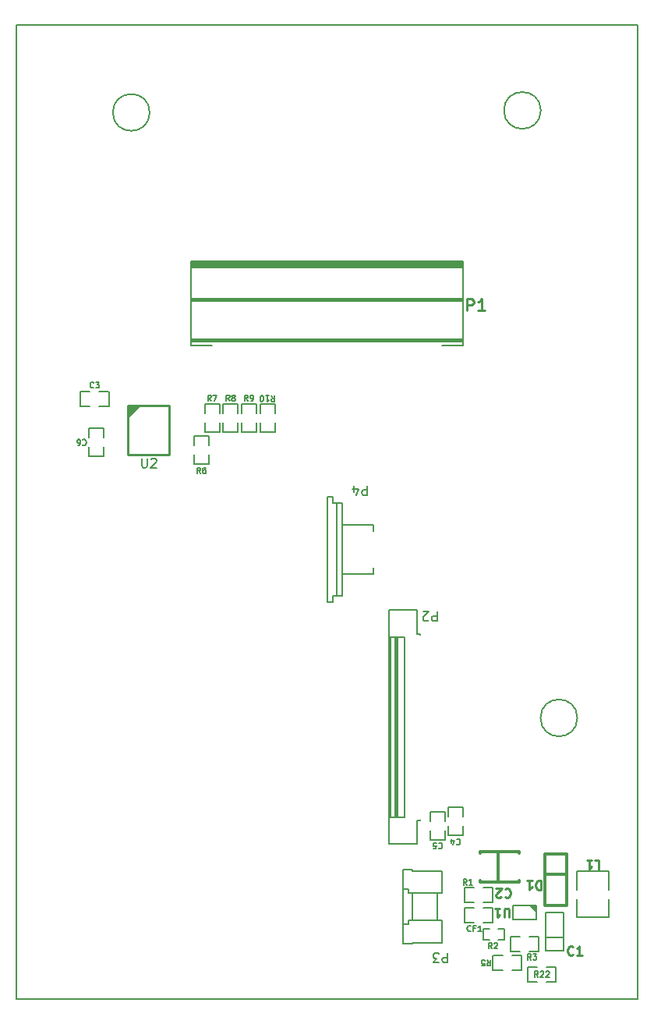
<source format=gbr>
%TF.GenerationSoftware,KiCad,Pcbnew,no-vcs-found-fea9d12~61~ubuntu16.04.1*%
%TF.CreationDate,2017-11-24T00:26:11+01:00*%
%TF.ProjectId,TFT_LCD_4_3_AM480272H2T_V1_0,5446545F4C43445F345F335F414D3438,V1_0*%
%TF.SameCoordinates,Original*%
%TF.FileFunction,Legend,Top*%
%TF.FilePolarity,Positive*%
%FSLAX46Y46*%
G04 Gerber Fmt 4.6, Leading zero omitted, Abs format (unit mm)*
G04 Created by KiCad (PCBNEW no-vcs-found-fea9d12~61~ubuntu16.04.1) date Fri Nov 24 00:26:11 2017*
%MOMM*%
%LPD*%
G01*
G04 APERTURE LIST*
%ADD10C,0.150000*%
%ADD11C,0.127000*%
%ADD12C,0.305000*%
%ADD13C,0.254000*%
%ADD14C,0.250000*%
G04 APERTURE END LIST*
D10*
X131450000Y-47210000D02*
G75*
G03X131450000Y-47210000I-2000000J0D01*
G01*
X177900000Y-112940000D02*
G75*
G03X177900000Y-112940000I-2000000J0D01*
G01*
X173930000Y-46990000D02*
G75*
G03X173930000Y-46990000I-2000000J0D01*
G01*
X116960000Y-143450000D02*
X184460000Y-143450000D01*
X116960000Y-37750000D02*
X116960000Y-143450000D01*
X184460000Y-37750000D02*
X184460000Y-143450000D01*
X116960000Y-37750000D02*
X184460000Y-37750000D01*
%TO.C,P2*%
X160460000Y-101250000D02*
X160460000Y-101550000D01*
X157710000Y-123750000D02*
X157510000Y-123750000D01*
X157760000Y-104150000D02*
X157460000Y-104150000D01*
X157460000Y-101250000D02*
X157660000Y-101250000D01*
X157460000Y-126650000D02*
X157460000Y-101250000D01*
X157510000Y-126650000D02*
X157460000Y-126650000D01*
X157660000Y-126650000D02*
X157510000Y-126650000D01*
X160460000Y-126350000D02*
X160460000Y-126650000D01*
X157610000Y-104150000D02*
X157610000Y-123750000D01*
X158160000Y-123750000D02*
X158160000Y-104150000D01*
X158260000Y-104150000D02*
X158260000Y-123750000D01*
X159160000Y-123750000D02*
X158360000Y-123750000D01*
X159160000Y-104150000D02*
X159160000Y-123750000D01*
X158360000Y-104150000D02*
X159160000Y-104150000D01*
X158360000Y-123750000D02*
X158360000Y-104150000D01*
X158360000Y-123750000D02*
X157660000Y-123750000D01*
X157660000Y-126650000D02*
X160460000Y-126650000D01*
X157660000Y-104150000D02*
X158360000Y-104150000D01*
X160460000Y-101250000D02*
X157660000Y-101250000D01*
X160460000Y-124050000D02*
X160460000Y-126350000D01*
X160860000Y-124050000D02*
X160460000Y-124050000D01*
X160860000Y-123950000D02*
X160860000Y-124050000D01*
X160860000Y-103850000D02*
X160860000Y-103950000D01*
X160460000Y-103850000D02*
X160860000Y-103850000D01*
X160460000Y-101550000D02*
X160460000Y-103850000D01*
%TO.C,P1*%
X165510000Y-67700000D02*
X136010000Y-67700000D01*
X135910000Y-67600000D02*
X165510000Y-67600000D01*
X165510000Y-67500000D02*
X135910000Y-67500000D01*
X135910000Y-67400000D02*
X165510000Y-67400000D01*
X165510000Y-72500000D02*
X163210000Y-72500000D01*
X135910000Y-72500000D02*
X138210000Y-72500000D01*
X165510000Y-63400000D02*
X165410000Y-63400000D01*
X165510000Y-63400000D02*
X165510000Y-72100000D01*
X165510000Y-72100000D02*
X165510000Y-72500000D01*
X135910000Y-63400000D02*
X165410000Y-63400000D01*
X135910000Y-72500000D02*
X135910000Y-63400000D01*
X135920000Y-71800000D02*
X165500000Y-71800000D01*
X165500000Y-71900000D02*
X135920000Y-71900000D01*
X135920000Y-72000000D02*
X165500000Y-72000000D01*
X165500000Y-72100000D02*
X135920000Y-72100000D01*
X165500000Y-63950000D02*
X135920000Y-63900000D01*
X165500000Y-63700000D02*
X135920000Y-63700000D01*
X135920000Y-63800000D02*
X165500000Y-63900000D01*
X165500000Y-64050000D02*
X135920000Y-64050000D01*
X135920000Y-63550000D02*
X165500000Y-63500000D01*
X165500000Y-63900000D02*
X135920000Y-63900000D01*
X135920000Y-63750000D02*
X165500000Y-63750000D01*
X165500000Y-63450000D02*
X135920000Y-63450000D01*
X135920000Y-63600000D02*
X165500000Y-63600000D01*
D11*
%TO.C,C6*%
X124862200Y-83490620D02*
X124862200Y-84506620D01*
X126490340Y-84506620D02*
X126490340Y-83483000D01*
X126485260Y-84511700D02*
X124874900Y-84511700D01*
X126485260Y-81445920D02*
X124874900Y-81445920D01*
X126490340Y-81451000D02*
X126490340Y-82474620D01*
X124862200Y-82467000D02*
X124862200Y-81451000D01*
D12*
%TO.C,C2*%
X169310000Y-130800000D02*
X169310000Y-127600000D01*
X167310000Y-127500000D02*
X167310000Y-127600000D01*
X171610000Y-127500000D02*
X171610000Y-127600000D01*
X171610000Y-127500000D02*
X167410000Y-127500000D01*
X167310000Y-130800000D02*
X167310000Y-130600000D01*
X167310000Y-130800000D02*
X171610000Y-130800000D01*
X171610000Y-130800000D02*
X171610000Y-130600000D01*
D10*
%TO.C,C1*%
X174440000Y-138190000D02*
X174440000Y-134090000D01*
X176440000Y-138190000D02*
X176440000Y-134090000D01*
X176440000Y-136790000D02*
X174440000Y-136790000D01*
X174440000Y-138190000D02*
X176440000Y-138190000D01*
X176440000Y-134090000D02*
X174440000Y-134090000D01*
D11*
%TO.C,CF1*%
X166659380Y-133537200D02*
X165643380Y-133537200D01*
X165643380Y-135165340D02*
X166667000Y-135165340D01*
X165638300Y-135160260D02*
X165638300Y-133549900D01*
X168704080Y-135160260D02*
X168704080Y-133549900D01*
X168699000Y-135165340D02*
X167675380Y-135165340D01*
X167683000Y-133537200D02*
X168699000Y-133537200D01*
D12*
%TO.C,D1*%
X174350000Y-129875000D02*
X176650000Y-129875000D01*
X174350000Y-127710000D02*
X174350000Y-133310000D01*
X174350000Y-133310000D02*
X176750000Y-133310000D01*
X176750000Y-133310000D02*
X176750000Y-127710000D01*
X176750000Y-127710000D02*
X174350000Y-127710000D01*
D10*
%TO.C,L1*%
X177825000Y-129590000D02*
X177825000Y-131590000D01*
X181325000Y-129590000D02*
X177825000Y-129590000D01*
X181325000Y-131590000D02*
X181325000Y-129590000D01*
X181325000Y-134590000D02*
X181325000Y-132590000D01*
X177825000Y-134590000D02*
X181325000Y-134590000D01*
X177825000Y-132590000D02*
X177825000Y-134590000D01*
%TO.C,R2*%
X168395000Y-135870000D02*
X167695000Y-135870000D01*
X167695000Y-135870000D02*
X167695000Y-137070000D01*
X167695000Y-137070000D02*
X168395000Y-137070000D01*
X169295000Y-135870000D02*
X169995000Y-135870000D01*
X169995000Y-135870000D02*
X169995000Y-137070000D01*
X169995000Y-137070000D02*
X169295000Y-137070000D01*
D11*
%TO.C,R3*%
X171659380Y-136667200D02*
X170643380Y-136667200D01*
X170643380Y-138295340D02*
X171667000Y-138295340D01*
X170638300Y-138290260D02*
X170638300Y-136679900D01*
X173704080Y-138290260D02*
X173704080Y-136679900D01*
X173699000Y-138295340D02*
X172675380Y-138295340D01*
X172683000Y-136667200D02*
X173699000Y-136667200D01*
D10*
%TO.C,U1*%
X173445000Y-133980000D02*
X172845000Y-133380000D01*
X173445000Y-133880000D02*
X172945000Y-133380000D01*
X173445000Y-133730000D02*
X173095000Y-133380000D01*
X173445000Y-133580000D02*
X173245000Y-133380000D01*
X173445000Y-133480000D02*
X173345000Y-133380000D01*
D11*
X170875000Y-133318000D02*
X173478500Y-133318000D01*
X173478500Y-133318000D02*
X173478500Y-134842000D01*
X173478500Y-134842000D02*
X170875000Y-134842000D01*
X170875000Y-134842000D02*
X170875000Y-133318000D01*
%TO.C,R5*%
X170785620Y-140352800D02*
X171801620Y-140352800D01*
X171801620Y-138724660D02*
X170778000Y-138724660D01*
X171806700Y-138729740D02*
X171806700Y-140340100D01*
X168740920Y-138729740D02*
X168740920Y-140340100D01*
X168746000Y-138724660D02*
X169769620Y-138724660D01*
X169762000Y-140352800D02*
X168746000Y-140352800D01*
%TO.C,C3*%
X124960494Y-77530040D02*
X123944494Y-77530040D01*
X123944494Y-79158180D02*
X124968114Y-79158180D01*
X123939414Y-79153100D02*
X123939414Y-77542740D01*
X127005194Y-79153100D02*
X127005194Y-77542740D01*
X127000114Y-79158180D02*
X125976494Y-79158180D01*
X125984114Y-77530040D02*
X127000114Y-77530040D01*
%TO.C,C4*%
X165512800Y-123674380D02*
X165512800Y-122658380D01*
X163884660Y-122658380D02*
X163884660Y-123682000D01*
X163889740Y-122653300D02*
X165500100Y-122653300D01*
X163889740Y-125719080D02*
X165500100Y-125719080D01*
X163884660Y-125714000D02*
X163884660Y-124690380D01*
X165512800Y-124698000D02*
X165512800Y-125714000D01*
%TO.C,C5*%
X163522800Y-124124380D02*
X163522800Y-123108380D01*
X161894660Y-123108380D02*
X161894660Y-124132000D01*
X161899740Y-123103300D02*
X163510100Y-123103300D01*
X161899740Y-126169080D02*
X163510100Y-126169080D01*
X161894660Y-126164000D02*
X161894660Y-125140380D01*
X163522800Y-125148000D02*
X163522800Y-126164000D01*
%TO.C,R22*%
X173534380Y-139977200D02*
X172518380Y-139977200D01*
X172518380Y-141605340D02*
X173542000Y-141605340D01*
X172513300Y-141600260D02*
X172513300Y-139989900D01*
X175579080Y-141600260D02*
X175579080Y-139989900D01*
X175574000Y-141605340D02*
X174550380Y-141605340D01*
X174558000Y-139977200D02*
X175574000Y-139977200D01*
D10*
%TO.C,P3*%
X158960000Y-129450000D02*
X158960000Y-137450000D01*
X158960000Y-137450000D02*
X159960000Y-137450000D01*
X163160000Y-137150000D02*
X163160000Y-136050000D01*
X163160000Y-130850000D02*
X163160000Y-129750000D01*
X159960000Y-129450000D02*
X158960000Y-129450000D01*
X159960000Y-131950000D02*
X162660000Y-131950000D01*
X159960000Y-134950000D02*
X162660000Y-134950000D01*
X163160000Y-130850000D02*
X163160000Y-131950000D01*
X163160000Y-131950000D02*
X162660000Y-131950000D01*
X162660000Y-131950000D02*
X162660000Y-134950000D01*
X162660000Y-134950000D02*
X163160000Y-134950000D01*
X163160000Y-134950000D02*
X163160000Y-136050000D01*
X159960000Y-131950000D02*
X159560000Y-131950000D01*
X159560000Y-131950000D02*
X159560000Y-131550000D01*
X159560000Y-131550000D02*
X158960000Y-131550000D01*
X159960000Y-134950000D02*
X159560000Y-134950000D01*
X159560000Y-134950000D02*
X159560000Y-135350000D01*
X159560000Y-135350000D02*
X158960000Y-135350000D01*
X159960000Y-131950000D02*
X159960000Y-134950000D01*
X159960000Y-129450000D02*
X159960000Y-129550000D01*
X159960000Y-129550000D02*
X163160000Y-129550000D01*
X163160000Y-129550000D02*
X163160000Y-129750000D01*
X159960000Y-137450000D02*
X159960000Y-137350000D01*
X159960000Y-137350000D02*
X163160000Y-137350000D01*
X163160000Y-137350000D02*
X163160000Y-137150000D01*
%TO.C,P4*%
X150760000Y-100350000D02*
X151360000Y-100350000D01*
X151810000Y-99650000D02*
X151810000Y-89700000D01*
X152360000Y-89650000D02*
X152360000Y-99650000D01*
X150760000Y-88950000D02*
X151360000Y-88950000D01*
X151360000Y-89650000D02*
X152360000Y-89650000D01*
X151360000Y-99650000D02*
X152360000Y-99650000D01*
X150760000Y-88950000D02*
X150760000Y-100350000D01*
X151360000Y-100350000D02*
X151360000Y-99650000D01*
X151360000Y-88950000D02*
X151360000Y-89650000D01*
X152360000Y-91950000D02*
X155760000Y-91950000D01*
X155760000Y-91950000D02*
X155760000Y-92650000D01*
X152360000Y-97350000D02*
X155760000Y-97350000D01*
X155760000Y-97350000D02*
X155760000Y-96650000D01*
D13*
%TO.C,U2*%
X130236114Y-79042840D02*
X129136114Y-80142840D01*
X130036114Y-79042840D02*
X129136114Y-79942840D01*
X129836114Y-79042840D02*
X129136114Y-79742840D01*
X129636114Y-79042840D02*
X129136114Y-79542840D01*
X129436114Y-79042840D02*
X129136114Y-79342840D01*
X133586114Y-84392840D02*
X133586114Y-78992840D01*
X133586114Y-78992840D02*
X129086114Y-78992840D01*
X129086114Y-78992840D02*
X129086114Y-84392840D01*
X129086114Y-84392840D02*
X133586114Y-84392840D01*
D11*
%TO.C,R1*%
X166679380Y-131377200D02*
X165663380Y-131377200D01*
X165663380Y-133005340D02*
X166687000Y-133005340D01*
X165658300Y-133000260D02*
X165658300Y-131389900D01*
X168724080Y-133000260D02*
X168724080Y-131389900D01*
X168719000Y-133005340D02*
X167695380Y-133005340D01*
X167703000Y-131377200D02*
X168719000Y-131377200D01*
%TO.C,R6*%
X137898914Y-83317220D02*
X137898914Y-82301220D01*
X136270774Y-82301220D02*
X136270774Y-83324840D01*
X136275854Y-82296140D02*
X137886214Y-82296140D01*
X136275854Y-85361920D02*
X137886214Y-85361920D01*
X136270774Y-85356840D02*
X136270774Y-84333220D01*
X137898914Y-84340840D02*
X137898914Y-85356840D01*
%TO.C,R7*%
X139062800Y-79844380D02*
X139062800Y-78828380D01*
X137434660Y-78828380D02*
X137434660Y-79852000D01*
X137439740Y-78823300D02*
X139050100Y-78823300D01*
X137439740Y-81889080D02*
X139050100Y-81889080D01*
X137434660Y-81884000D02*
X137434660Y-80860380D01*
X139062800Y-80868000D02*
X139062800Y-81884000D01*
%TO.C,R8*%
X141052800Y-80868000D02*
X141052800Y-81884000D01*
X139424660Y-81884000D02*
X139424660Y-80860380D01*
X139429740Y-81889080D02*
X141040100Y-81889080D01*
X139429740Y-78823300D02*
X141040100Y-78823300D01*
X139424660Y-78828380D02*
X139424660Y-79852000D01*
X141052800Y-79844380D02*
X141052800Y-78828380D01*
%TO.C,R9*%
X143032800Y-79844380D02*
X143032800Y-78828380D01*
X141404660Y-78828380D02*
X141404660Y-79852000D01*
X141409740Y-78823300D02*
X143020100Y-78823300D01*
X141409740Y-81889080D02*
X143020100Y-81889080D01*
X141404660Y-81884000D02*
X141404660Y-80860380D01*
X143032800Y-80868000D02*
X143032800Y-81884000D01*
%TO.C,R10*%
X145072800Y-80868000D02*
X145072800Y-81884000D01*
X143444660Y-81884000D02*
X143444660Y-80860380D01*
X143449740Y-81889080D02*
X145060100Y-81889080D01*
X143449740Y-78823300D02*
X145060100Y-78823300D01*
X143444660Y-78828380D02*
X143444660Y-79852000D01*
X145072800Y-79844380D02*
X145072800Y-78828380D01*
%TD*%
%TO.C,P2*%
D10*
X162658095Y-101407619D02*
X162658095Y-102407619D01*
X162277142Y-102407619D01*
X162181904Y-102360000D01*
X162134285Y-102312380D01*
X162086666Y-102217142D01*
X162086666Y-102074285D01*
X162134285Y-101979047D01*
X162181904Y-101931428D01*
X162277142Y-101883809D01*
X162658095Y-101883809D01*
X161705714Y-102312380D02*
X161658095Y-102360000D01*
X161562857Y-102407619D01*
X161324761Y-102407619D01*
X161229523Y-102360000D01*
X161181904Y-102312380D01*
X161134285Y-102217142D01*
X161134285Y-102121904D01*
X161181904Y-101979047D01*
X161753333Y-101407619D01*
X161134285Y-101407619D01*
%TO.C,P1*%
D13*
X165912619Y-68714523D02*
X165912619Y-67444523D01*
X166396428Y-67444523D01*
X166517380Y-67505000D01*
X166577857Y-67565476D01*
X166638333Y-67686428D01*
X166638333Y-67867857D01*
X166577857Y-67988809D01*
X166517380Y-68049285D01*
X166396428Y-68109761D01*
X165912619Y-68109761D01*
X167847857Y-68714523D02*
X167122142Y-68714523D01*
X167485000Y-68714523D02*
X167485000Y-67444523D01*
X167364047Y-67625952D01*
X167243095Y-67746904D01*
X167122142Y-67807380D01*
%TO.C,C6*%
D11*
X124165833Y-82763214D02*
X124196071Y-82732976D01*
X124286785Y-82702738D01*
X124347261Y-82702738D01*
X124437976Y-82732976D01*
X124498452Y-82793452D01*
X124528690Y-82853928D01*
X124558928Y-82974880D01*
X124558928Y-83065595D01*
X124528690Y-83186547D01*
X124498452Y-83247023D01*
X124437976Y-83307500D01*
X124347261Y-83337738D01*
X124286785Y-83337738D01*
X124196071Y-83307500D01*
X124165833Y-83277261D01*
X123621547Y-83337738D02*
X123742500Y-83337738D01*
X123802976Y-83307500D01*
X123833214Y-83277261D01*
X123893690Y-83186547D01*
X123923928Y-83065595D01*
X123923928Y-82823690D01*
X123893690Y-82763214D01*
X123863452Y-82732976D01*
X123802976Y-82702738D01*
X123682023Y-82702738D01*
X123621547Y-82732976D01*
X123591309Y-82763214D01*
X123561071Y-82823690D01*
X123561071Y-82974880D01*
X123591309Y-83035357D01*
X123621547Y-83065595D01*
X123682023Y-83095833D01*
X123802976Y-83095833D01*
X123863452Y-83065595D01*
X123893690Y-83035357D01*
X123923928Y-82974880D01*
%TO.C,C2*%
D14*
X170016666Y-131542857D02*
X170064285Y-131495238D01*
X170207142Y-131447619D01*
X170302380Y-131447619D01*
X170445238Y-131495238D01*
X170540476Y-131590476D01*
X170588095Y-131685714D01*
X170635714Y-131876190D01*
X170635714Y-132019047D01*
X170588095Y-132209523D01*
X170540476Y-132304761D01*
X170445238Y-132400000D01*
X170302380Y-132447619D01*
X170207142Y-132447619D01*
X170064285Y-132400000D01*
X170016666Y-132352380D01*
X169635714Y-132352380D02*
X169588095Y-132400000D01*
X169492857Y-132447619D01*
X169254761Y-132447619D01*
X169159523Y-132400000D01*
X169111904Y-132352380D01*
X169064285Y-132257142D01*
X169064285Y-132161904D01*
X169111904Y-132019047D01*
X169683333Y-131447619D01*
X169064285Y-131447619D01*
%TO.C,C1*%
X177453333Y-138617142D02*
X177405714Y-138664761D01*
X177262857Y-138712380D01*
X177167619Y-138712380D01*
X177024761Y-138664761D01*
X176929523Y-138569523D01*
X176881904Y-138474285D01*
X176834285Y-138283809D01*
X176834285Y-138140952D01*
X176881904Y-137950476D01*
X176929523Y-137855238D01*
X177024761Y-137760000D01*
X177167619Y-137712380D01*
X177262857Y-137712380D01*
X177405714Y-137760000D01*
X177453333Y-137807619D01*
X178405714Y-138712380D02*
X177834285Y-138712380D01*
X178120000Y-138712380D02*
X178120000Y-137712380D01*
X178024761Y-137855238D01*
X177929523Y-137950476D01*
X177834285Y-137998095D01*
%TO.C,CF1*%
D11*
X166342023Y-136056785D02*
X166311785Y-136087023D01*
X166221071Y-136117261D01*
X166160595Y-136117261D01*
X166069880Y-136087023D01*
X166009404Y-136026547D01*
X165979166Y-135966071D01*
X165948928Y-135845119D01*
X165948928Y-135754404D01*
X165979166Y-135633452D01*
X166009404Y-135572976D01*
X166069880Y-135512500D01*
X166160595Y-135482261D01*
X166221071Y-135482261D01*
X166311785Y-135512500D01*
X166342023Y-135542738D01*
X166825833Y-135784642D02*
X166614166Y-135784642D01*
X166614166Y-136117261D02*
X166614166Y-135482261D01*
X166916547Y-135482261D01*
X167491071Y-136117261D02*
X167128214Y-136117261D01*
X167309642Y-136117261D02*
X167309642Y-135482261D01*
X167249166Y-135572976D01*
X167188690Y-135633452D01*
X167128214Y-135663690D01*
%TO.C,D1*%
D14*
X173948095Y-130597619D02*
X173948095Y-131597619D01*
X173710000Y-131597619D01*
X173567142Y-131550000D01*
X173471904Y-131454761D01*
X173424285Y-131359523D01*
X173376666Y-131169047D01*
X173376666Y-131026190D01*
X173424285Y-130835714D01*
X173471904Y-130740476D01*
X173567142Y-130645238D01*
X173710000Y-130597619D01*
X173948095Y-130597619D01*
X172424285Y-130597619D02*
X172995714Y-130597619D01*
X172710000Y-130597619D02*
X172710000Y-131597619D01*
X172805238Y-131454761D01*
X172900476Y-131359523D01*
X172995714Y-131311904D01*
%TO.C,L1*%
X179766666Y-128387619D02*
X180242857Y-128387619D01*
X180242857Y-129387619D01*
X178909523Y-128387619D02*
X179480952Y-128387619D01*
X179195238Y-128387619D02*
X179195238Y-129387619D01*
X179290476Y-129244761D01*
X179385714Y-129149523D01*
X179480952Y-129101904D01*
%TO.C,R2*%
D11*
X168634166Y-137997261D02*
X168422500Y-137694880D01*
X168271309Y-137997261D02*
X168271309Y-137362261D01*
X168513214Y-137362261D01*
X168573690Y-137392500D01*
X168603928Y-137422738D01*
X168634166Y-137483214D01*
X168634166Y-137573928D01*
X168603928Y-137634404D01*
X168573690Y-137664642D01*
X168513214Y-137694880D01*
X168271309Y-137694880D01*
X168876071Y-137422738D02*
X168906309Y-137392500D01*
X168966785Y-137362261D01*
X169117976Y-137362261D01*
X169178452Y-137392500D01*
X169208690Y-137422738D01*
X169238928Y-137483214D01*
X169238928Y-137543690D01*
X169208690Y-137634404D01*
X168845833Y-137997261D01*
X169238928Y-137997261D01*
%TO.C,R3*%
X172874166Y-139207261D02*
X172662500Y-138904880D01*
X172511309Y-139207261D02*
X172511309Y-138572261D01*
X172753214Y-138572261D01*
X172813690Y-138602500D01*
X172843928Y-138632738D01*
X172874166Y-138693214D01*
X172874166Y-138783928D01*
X172843928Y-138844404D01*
X172813690Y-138874642D01*
X172753214Y-138904880D01*
X172511309Y-138904880D01*
X173085833Y-138572261D02*
X173478928Y-138572261D01*
X173267261Y-138814166D01*
X173357976Y-138814166D01*
X173418452Y-138844404D01*
X173448690Y-138874642D01*
X173478928Y-138935119D01*
X173478928Y-139086309D01*
X173448690Y-139146785D01*
X173418452Y-139177023D01*
X173357976Y-139207261D01*
X173176547Y-139207261D01*
X173116071Y-139177023D01*
X173085833Y-139146785D01*
%TO.C,U1*%
D14*
X170501904Y-134607619D02*
X170501904Y-133798095D01*
X170454285Y-133702857D01*
X170406666Y-133655238D01*
X170311428Y-133607619D01*
X170120952Y-133607619D01*
X170025714Y-133655238D01*
X169978095Y-133702857D01*
X169930476Y-133798095D01*
X169930476Y-134607619D01*
X168930476Y-133607619D02*
X169501904Y-133607619D01*
X169216190Y-133607619D02*
X169216190Y-134607619D01*
X169311428Y-134464761D01*
X169406666Y-134369523D01*
X169501904Y-134321904D01*
%TO.C,R5*%
D11*
X168095833Y-139222738D02*
X168307500Y-139525119D01*
X168458690Y-139222738D02*
X168458690Y-139857738D01*
X168216785Y-139857738D01*
X168156309Y-139827500D01*
X168126071Y-139797261D01*
X168095833Y-139736785D01*
X168095833Y-139646071D01*
X168126071Y-139585595D01*
X168156309Y-139555357D01*
X168216785Y-139525119D01*
X168458690Y-139525119D01*
X167521309Y-139857738D02*
X167823690Y-139857738D01*
X167853928Y-139555357D01*
X167823690Y-139585595D01*
X167763214Y-139615833D01*
X167612023Y-139615833D01*
X167551547Y-139585595D01*
X167521309Y-139555357D01*
X167491071Y-139494880D01*
X167491071Y-139343690D01*
X167521309Y-139283214D01*
X167551547Y-139252976D01*
X167612023Y-139222738D01*
X167763214Y-139222738D01*
X167823690Y-139252976D01*
X167853928Y-139283214D01*
%TO.C,C3*%
X125370280Y-77049625D02*
X125340042Y-77079863D01*
X125249328Y-77110101D01*
X125188852Y-77110101D01*
X125098137Y-77079863D01*
X125037661Y-77019387D01*
X125007423Y-76958911D01*
X124977185Y-76837959D01*
X124977185Y-76747244D01*
X125007423Y-76626292D01*
X125037661Y-76565816D01*
X125098137Y-76505340D01*
X125188852Y-76475101D01*
X125249328Y-76475101D01*
X125340042Y-76505340D01*
X125370280Y-76535578D01*
X125581947Y-76475101D02*
X125975042Y-76475101D01*
X125763375Y-76717006D01*
X125854090Y-76717006D01*
X125914566Y-76747244D01*
X125944804Y-76777482D01*
X125975042Y-76837959D01*
X125975042Y-76989149D01*
X125944804Y-77049625D01*
X125914566Y-77079863D01*
X125854090Y-77110101D01*
X125672661Y-77110101D01*
X125612185Y-77079863D01*
X125581947Y-77049625D01*
%TO.C,C4*%
X164775833Y-126133214D02*
X164806071Y-126102976D01*
X164896785Y-126072738D01*
X164957261Y-126072738D01*
X165047976Y-126102976D01*
X165108452Y-126163452D01*
X165138690Y-126223928D01*
X165168928Y-126344880D01*
X165168928Y-126435595D01*
X165138690Y-126556547D01*
X165108452Y-126617023D01*
X165047976Y-126677500D01*
X164957261Y-126707738D01*
X164896785Y-126707738D01*
X164806071Y-126677500D01*
X164775833Y-126647261D01*
X164231547Y-126496071D02*
X164231547Y-126072738D01*
X164382738Y-126737976D02*
X164533928Y-126284404D01*
X164140833Y-126284404D01*
%TO.C,C5*%
X162835833Y-126553214D02*
X162866071Y-126522976D01*
X162956785Y-126492738D01*
X163017261Y-126492738D01*
X163107976Y-126522976D01*
X163168452Y-126583452D01*
X163198690Y-126643928D01*
X163228928Y-126764880D01*
X163228928Y-126855595D01*
X163198690Y-126976547D01*
X163168452Y-127037023D01*
X163107976Y-127097500D01*
X163017261Y-127127738D01*
X162956785Y-127127738D01*
X162866071Y-127097500D01*
X162835833Y-127067261D01*
X162261309Y-127127738D02*
X162563690Y-127127738D01*
X162593928Y-126825357D01*
X162563690Y-126855595D01*
X162503214Y-126885833D01*
X162352023Y-126885833D01*
X162291547Y-126855595D01*
X162261309Y-126825357D01*
X162231071Y-126764880D01*
X162231071Y-126613690D01*
X162261309Y-126553214D01*
X162291547Y-126522976D01*
X162352023Y-126492738D01*
X162503214Y-126492738D01*
X162563690Y-126522976D01*
X162593928Y-126553214D01*
%TO.C,R22*%
X173641785Y-141077261D02*
X173430119Y-140774880D01*
X173278928Y-141077261D02*
X173278928Y-140442261D01*
X173520833Y-140442261D01*
X173581309Y-140472500D01*
X173611547Y-140502738D01*
X173641785Y-140563214D01*
X173641785Y-140653928D01*
X173611547Y-140714404D01*
X173581309Y-140744642D01*
X173520833Y-140774880D01*
X173278928Y-140774880D01*
X173883690Y-140502738D02*
X173913928Y-140472500D01*
X173974404Y-140442261D01*
X174125595Y-140442261D01*
X174186071Y-140472500D01*
X174216309Y-140502738D01*
X174246547Y-140563214D01*
X174246547Y-140623690D01*
X174216309Y-140714404D01*
X173853452Y-141077261D01*
X174246547Y-141077261D01*
X174488452Y-140502738D02*
X174518690Y-140472500D01*
X174579166Y-140442261D01*
X174730357Y-140442261D01*
X174790833Y-140472500D01*
X174821071Y-140502738D01*
X174851309Y-140563214D01*
X174851309Y-140623690D01*
X174821071Y-140714404D01*
X174458214Y-141077261D01*
X174851309Y-141077261D01*
%TO.C,P3*%
D10*
X163788095Y-138457619D02*
X163788095Y-139457619D01*
X163407142Y-139457619D01*
X163311904Y-139410000D01*
X163264285Y-139362380D01*
X163216666Y-139267142D01*
X163216666Y-139124285D01*
X163264285Y-139029047D01*
X163311904Y-138981428D01*
X163407142Y-138933809D01*
X163788095Y-138933809D01*
X162883333Y-139457619D02*
X162264285Y-139457619D01*
X162597619Y-139076666D01*
X162454761Y-139076666D01*
X162359523Y-139029047D01*
X162311904Y-138981428D01*
X162264285Y-138886190D01*
X162264285Y-138648095D01*
X162311904Y-138552857D01*
X162359523Y-138505238D01*
X162454761Y-138457619D01*
X162740476Y-138457619D01*
X162835714Y-138505238D01*
X162883333Y-138552857D01*
%TO.C,P4*%
X155058095Y-87737619D02*
X155058095Y-88737619D01*
X154677142Y-88737619D01*
X154581904Y-88690000D01*
X154534285Y-88642380D01*
X154486666Y-88547142D01*
X154486666Y-88404285D01*
X154534285Y-88309047D01*
X154581904Y-88261428D01*
X154677142Y-88213809D01*
X155058095Y-88213809D01*
X153629523Y-88404285D02*
X153629523Y-87737619D01*
X153867619Y-88785238D02*
X154105714Y-88070952D01*
X153486666Y-88070952D01*
%TO.C,U2*%
X130598095Y-84782380D02*
X130598095Y-85591904D01*
X130645714Y-85687142D01*
X130693333Y-85734761D01*
X130788571Y-85782380D01*
X130979047Y-85782380D01*
X131074285Y-85734761D01*
X131121904Y-85687142D01*
X131169523Y-85591904D01*
X131169523Y-84782380D01*
X131598095Y-84877619D02*
X131645714Y-84830000D01*
X131740952Y-84782380D01*
X131979047Y-84782380D01*
X132074285Y-84830000D01*
X132121904Y-84877619D01*
X132169523Y-84972857D01*
X132169523Y-85068095D01*
X132121904Y-85210952D01*
X131550476Y-85782380D01*
X132169523Y-85782380D01*
%TO.C,R1*%
D11*
X165894166Y-131077261D02*
X165682500Y-130774880D01*
X165531309Y-131077261D02*
X165531309Y-130442261D01*
X165773214Y-130442261D01*
X165833690Y-130472500D01*
X165863928Y-130502738D01*
X165894166Y-130563214D01*
X165894166Y-130653928D01*
X165863928Y-130714404D01*
X165833690Y-130744642D01*
X165773214Y-130774880D01*
X165531309Y-130774880D01*
X166498928Y-131077261D02*
X166136071Y-131077261D01*
X166317500Y-131077261D02*
X166317500Y-130442261D01*
X166257023Y-130532976D01*
X166196547Y-130593452D01*
X166136071Y-130623690D01*
%TO.C,R6*%
X136974166Y-86397261D02*
X136762500Y-86094880D01*
X136611309Y-86397261D02*
X136611309Y-85762261D01*
X136853214Y-85762261D01*
X136913690Y-85792500D01*
X136943928Y-85822738D01*
X136974166Y-85883214D01*
X136974166Y-85973928D01*
X136943928Y-86034404D01*
X136913690Y-86064642D01*
X136853214Y-86094880D01*
X136611309Y-86094880D01*
X137518452Y-85762261D02*
X137397500Y-85762261D01*
X137337023Y-85792500D01*
X137306785Y-85822738D01*
X137246309Y-85913452D01*
X137216071Y-86034404D01*
X137216071Y-86276309D01*
X137246309Y-86336785D01*
X137276547Y-86367023D01*
X137337023Y-86397261D01*
X137457976Y-86397261D01*
X137518452Y-86367023D01*
X137548690Y-86336785D01*
X137578928Y-86276309D01*
X137578928Y-86125119D01*
X137548690Y-86064642D01*
X137518452Y-86034404D01*
X137457976Y-86004166D01*
X137337023Y-86004166D01*
X137276547Y-86034404D01*
X137246309Y-86064642D01*
X137216071Y-86125119D01*
%TO.C,R7*%
X138124166Y-78537261D02*
X137912500Y-78234880D01*
X137761309Y-78537261D02*
X137761309Y-77902261D01*
X138003214Y-77902261D01*
X138063690Y-77932500D01*
X138093928Y-77962738D01*
X138124166Y-78023214D01*
X138124166Y-78113928D01*
X138093928Y-78174404D01*
X138063690Y-78204642D01*
X138003214Y-78234880D01*
X137761309Y-78234880D01*
X138335833Y-77902261D02*
X138759166Y-77902261D01*
X138487023Y-78537261D01*
%TO.C,R8*%
X140134166Y-78537261D02*
X139922500Y-78234880D01*
X139771309Y-78537261D02*
X139771309Y-77902261D01*
X140013214Y-77902261D01*
X140073690Y-77932500D01*
X140103928Y-77962738D01*
X140134166Y-78023214D01*
X140134166Y-78113928D01*
X140103928Y-78174404D01*
X140073690Y-78204642D01*
X140013214Y-78234880D01*
X139771309Y-78234880D01*
X140497023Y-78174404D02*
X140436547Y-78144166D01*
X140406309Y-78113928D01*
X140376071Y-78053452D01*
X140376071Y-78023214D01*
X140406309Y-77962738D01*
X140436547Y-77932500D01*
X140497023Y-77902261D01*
X140617976Y-77902261D01*
X140678452Y-77932500D01*
X140708690Y-77962738D01*
X140738928Y-78023214D01*
X140738928Y-78053452D01*
X140708690Y-78113928D01*
X140678452Y-78144166D01*
X140617976Y-78174404D01*
X140497023Y-78174404D01*
X140436547Y-78204642D01*
X140406309Y-78234880D01*
X140376071Y-78295357D01*
X140376071Y-78416309D01*
X140406309Y-78476785D01*
X140436547Y-78507023D01*
X140497023Y-78537261D01*
X140617976Y-78537261D01*
X140678452Y-78507023D01*
X140708690Y-78476785D01*
X140738928Y-78416309D01*
X140738928Y-78295357D01*
X140708690Y-78234880D01*
X140678452Y-78204642D01*
X140617976Y-78174404D01*
%TO.C,R9*%
X142114166Y-78527261D02*
X141902500Y-78224880D01*
X141751309Y-78527261D02*
X141751309Y-77892261D01*
X141993214Y-77892261D01*
X142053690Y-77922500D01*
X142083928Y-77952738D01*
X142114166Y-78013214D01*
X142114166Y-78103928D01*
X142083928Y-78164404D01*
X142053690Y-78194642D01*
X141993214Y-78224880D01*
X141751309Y-78224880D01*
X142416547Y-78527261D02*
X142537500Y-78527261D01*
X142597976Y-78497023D01*
X142628214Y-78466785D01*
X142688690Y-78376071D01*
X142718928Y-78255119D01*
X142718928Y-78013214D01*
X142688690Y-77952738D01*
X142658452Y-77922500D01*
X142597976Y-77892261D01*
X142477023Y-77892261D01*
X142416547Y-77922500D01*
X142386309Y-77952738D01*
X142356071Y-78013214D01*
X142356071Y-78164404D01*
X142386309Y-78224880D01*
X142416547Y-78255119D01*
X142477023Y-78285357D01*
X142597976Y-78285357D01*
X142658452Y-78255119D01*
X142688690Y-78224880D01*
X142718928Y-78164404D01*
%TO.C,R10*%
X144648214Y-77952738D02*
X144859880Y-78255119D01*
X145011071Y-77952738D02*
X145011071Y-78587738D01*
X144769166Y-78587738D01*
X144708690Y-78557500D01*
X144678452Y-78527261D01*
X144648214Y-78466785D01*
X144648214Y-78376071D01*
X144678452Y-78315595D01*
X144708690Y-78285357D01*
X144769166Y-78255119D01*
X145011071Y-78255119D01*
X144043452Y-77952738D02*
X144406309Y-77952738D01*
X144224880Y-77952738D02*
X144224880Y-78587738D01*
X144285357Y-78497023D01*
X144345833Y-78436547D01*
X144406309Y-78406309D01*
X143650357Y-78587738D02*
X143589880Y-78587738D01*
X143529404Y-78557500D01*
X143499166Y-78527261D01*
X143468928Y-78466785D01*
X143438690Y-78345833D01*
X143438690Y-78194642D01*
X143468928Y-78073690D01*
X143499166Y-78013214D01*
X143529404Y-77982976D01*
X143589880Y-77952738D01*
X143650357Y-77952738D01*
X143710833Y-77982976D01*
X143741071Y-78013214D01*
X143771309Y-78073690D01*
X143801547Y-78194642D01*
X143801547Y-78345833D01*
X143771309Y-78466785D01*
X143741071Y-78527261D01*
X143710833Y-78557500D01*
X143650357Y-78587738D01*
%TD*%
M02*

</source>
